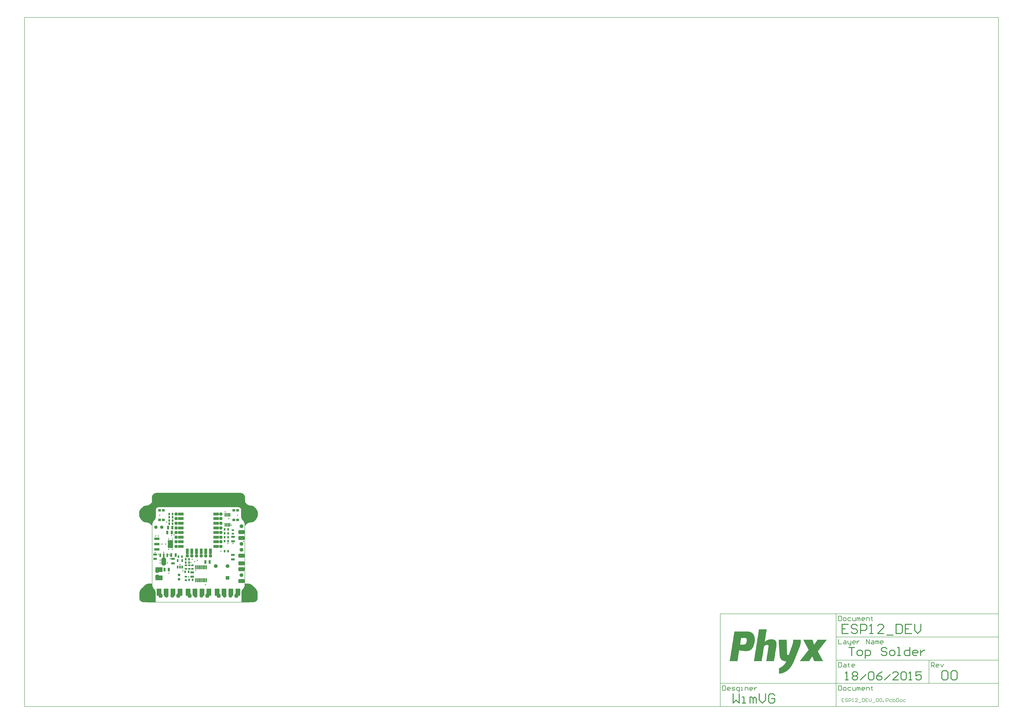
<source format=gts>
G04 Layer_Color=8388736*
%FSLAX25Y25*%
%MOIN*%
G70*
G01*
G75*
%ADD10C,0.00787*%
%ADD12C,0.01575*%
%ADD38C,0.00984*%
%ADD56R,0.02953X0.04134*%
%ADD57R,0.02953X0.04528*%
%ADD58R,0.03347X0.06496*%
G04:AMPARAMS|DCode=59|XSize=80.71mil|YSize=131.89mil|CornerRadius=0mil|HoleSize=0mil|Usage=FLASHONLY|Rotation=0.000|XOffset=0mil|YOffset=0mil|HoleType=Round|Shape=Octagon|*
%AMOCTAGOND59*
4,1,8,-0.02018,0.06594,0.02018,0.06594,0.04035,0.04577,0.04035,-0.04577,0.02018,-0.06594,-0.02018,-0.06594,-0.04035,-0.04577,-0.04035,0.04577,-0.02018,0.06594,0.0*
%
%ADD59OCTAGOND59*%

%ADD60R,0.02953X0.06102*%
%ADD61R,0.02953X0.07677*%
%ADD62R,0.01969X0.06890*%
%ADD63R,0.06496X0.03347*%
G04:AMPARAMS|DCode=64|XSize=104.33mil|YSize=64.96mil|CornerRadius=10.34mil|HoleSize=0mil|Usage=FLASHONLY|Rotation=180.000|XOffset=0mil|YOffset=0mil|HoleType=Round|Shape=RoundedRectangle|*
%AMROUNDEDRECTD64*
21,1,0.10433,0.04429,0,0,180.0*
21,1,0.08366,0.06496,0,0,180.0*
1,1,0.02067,-0.04183,0.02215*
1,1,0.02067,0.04183,0.02215*
1,1,0.02067,0.04183,-0.02215*
1,1,0.02067,-0.04183,-0.02215*
%
%ADD64ROUNDEDRECTD64*%
G04:AMPARAMS|DCode=65|XSize=120.47mil|YSize=81.1mil|CornerRadius=5.12mil|HoleSize=0mil|Usage=FLASHONLY|Rotation=90.000|XOffset=0mil|YOffset=0mil|HoleType=Round|Shape=RoundedRectangle|*
%AMROUNDEDRECTD65*
21,1,0.12047,0.07087,0,0,90.0*
21,1,0.11024,0.08110,0,0,90.0*
1,1,0.01024,0.03543,0.05512*
1,1,0.01024,0.03543,-0.05512*
1,1,0.01024,-0.03543,-0.05512*
1,1,0.01024,-0.03543,0.05512*
%
%ADD65ROUNDEDRECTD65*%
%ADD66R,0.04134X0.02953*%
G04:AMPARAMS|DCode=67|XSize=120.47mil|YSize=81.1mil|CornerRadius=5.12mil|HoleSize=0mil|Usage=FLASHONLY|Rotation=180.000|XOffset=0mil|YOffset=0mil|HoleType=Round|Shape=RoundedRectangle|*
%AMROUNDEDRECTD67*
21,1,0.12047,0.07087,0,0,180.0*
21,1,0.11024,0.08110,0,0,180.0*
1,1,0.01024,-0.05512,0.03543*
1,1,0.01024,0.05512,0.03543*
1,1,0.01024,0.05512,-0.03543*
1,1,0.01024,-0.05512,-0.03543*
%
%ADD67ROUNDEDRECTD67*%
%ADD68R,0.04528X0.04134*%
%ADD69R,0.09055X0.13386*%
%ADD70R,0.09055X0.04134*%
%ADD71R,0.04528X0.09449*%
%ADD72R,0.09449X0.04528*%
%ADD73R,0.02165X0.05906*%
%ADD74C,0.05709*%
%ADD75R,0.06496X0.06496*%
%ADD76C,0.06496*%
G04:AMPARAMS|DCode=77|XSize=64.96mil|YSize=64.96mil|CornerRadius=17.72mil|HoleSize=0mil|Usage=FLASHONLY|Rotation=180.000|XOffset=0mil|YOffset=0mil|HoleType=Round|Shape=RoundedRectangle|*
%AMROUNDEDRECTD77*
21,1,0.06496,0.02953,0,0,180.0*
21,1,0.02953,0.06496,0,0,180.0*
1,1,0.03543,-0.01476,0.01476*
1,1,0.03543,0.01476,0.01476*
1,1,0.03543,0.01476,-0.01476*
1,1,0.03543,-0.01476,-0.01476*
%
%ADD77ROUNDEDRECTD77*%
G04:AMPARAMS|DCode=78|XSize=64.96mil|YSize=64.96mil|CornerRadius=17.72mil|HoleSize=0mil|Usage=FLASHONLY|Rotation=90.000|XOffset=0mil|YOffset=0mil|HoleType=Round|Shape=RoundedRectangle|*
%AMROUNDEDRECTD78*
21,1,0.06496,0.02953,0,0,90.0*
21,1,0.02953,0.06496,0,0,90.0*
1,1,0.03543,0.01476,0.01476*
1,1,0.03543,0.01476,-0.01476*
1,1,0.03543,-0.01476,-0.01476*
1,1,0.03543,-0.01476,0.01476*
%
%ADD78ROUNDEDRECTD78*%
%ADD79C,0.06496*%
%ADD80C,0.06496*%
%ADD81R,0.06496X0.06496*%
%ADD82C,0.22441*%
%ADD83C,0.05709*%
%ADD84C,0.04528*%
%ADD85C,0.01969*%
G36*
X14842Y31496D02*
X19685D01*
X19648Y30591D01*
X19797Y28696D01*
X20240Y26849D01*
X20967Y25093D01*
X21960Y23473D01*
X23194Y22029D01*
X23248Y22083D01*
X24259Y20851D01*
X25011Y19445D01*
X25473Y17920D01*
X25630Y16333D01*
X25591D01*
Y-0D01*
X4752Y-33D01*
X3435Y97D01*
X2168Y482D01*
X1000Y1106D01*
X-23Y1946D01*
X-863Y2969D01*
X-1487Y4137D01*
X-1871Y5403D01*
X-2001Y6721D01*
X-1969D01*
X-2006Y14685D01*
X-1857Y16579D01*
X-1413Y18427D01*
X-686Y20182D01*
X307Y21802D01*
X1541Y23247D01*
X1567Y23221D01*
X6281Y27987D01*
X7725Y29221D01*
X9345Y30214D01*
X11101Y30941D01*
X12948Y31384D01*
X14842Y31533D01*
Y31496D01*
D02*
G37*
G36*
X183902Y31384D02*
X185750Y30941D01*
X187505Y30214D01*
X189125Y29221D01*
X190570Y27987D01*
X195283Y23221D01*
X195310Y23247D01*
X196544Y21802D01*
X197537Y20182D01*
X198264Y18427D01*
X198707Y16579D01*
X198856Y14685D01*
X198819Y6721D01*
X198851D01*
X198722Y5403D01*
X198337Y4137D01*
X197713Y2969D01*
X196873Y1946D01*
X195850Y1106D01*
X194682Y482D01*
X193415Y97D01*
X192098Y-33D01*
X171260Y-0D01*
Y16333D01*
X171221D01*
X171377Y17920D01*
X171840Y19445D01*
X172591Y20851D01*
X173602Y22083D01*
X173656Y22029D01*
X174890Y23473D01*
X175883Y25093D01*
X176610Y26849D01*
X177054Y28696D01*
X177203Y30591D01*
X177165Y31496D01*
X182008D01*
Y31533D01*
X183902Y31384D01*
D02*
G37*
G36*
X170920Y185353D02*
X172486Y184878D01*
X173929Y184106D01*
X175194Y183068D01*
X175194Y183068D01*
X176215Y181822D01*
X176975Y180402D01*
X177442Y178860D01*
X177600Y177258D01*
X177560D01*
X177571Y169488D01*
X179815Y167201D01*
X179789Y167175D01*
X181187Y165982D01*
X182754Y165022D01*
X184452Y164318D01*
X186239Y163889D01*
X188071Y163745D01*
Y163816D01*
X189508Y163675D01*
X190891Y163256D01*
X192165Y162575D01*
X193282Y161658D01*
X195563Y159327D01*
X195590Y159354D01*
X196864Y157862D01*
X197890Y156189D01*
X198641Y154376D01*
X199099Y152468D01*
X199152Y151796D01*
X199154Y151798D01*
X199247Y151575D01*
X199214Y147638D01*
X199247D01*
X199154Y147415D01*
X199152Y147417D01*
X199099Y146745D01*
X198641Y144837D01*
X197890Y143024D01*
X196864Y141351D01*
X195590Y139858D01*
X193257Y137580D01*
X193282Y137555D01*
X192165Y136638D01*
X190891Y135957D01*
X189508Y135538D01*
X188071Y135396D01*
Y135468D01*
X186239Y135324D01*
X184452Y134895D01*
X182754Y134191D01*
X181187Y133231D01*
X179789Y132037D01*
X177445Y129642D01*
X177468Y129619D01*
X177165Y129493D01*
X176863Y129619D01*
X176738Y129921D01*
X176770Y130827D01*
X176806D01*
X176662Y132659D01*
X176233Y134446D01*
X175530Y136144D01*
X174569Y137711D01*
X173376Y139108D01*
X173321Y139054D01*
X172261Y140346D01*
X171473Y141821D01*
X170987Y143420D01*
X170824Y145084D01*
X170862Y153472D01*
X170832Y153543D01*
X170862D01*
X170865Y154129D01*
X170824D01*
X170881Y154709D01*
X170904Y156417D01*
X170746Y157619D01*
X170282Y158740D01*
X169544Y159702D01*
X168582Y160440D01*
X167462Y160904D01*
X166260Y161062D01*
Y161022D01*
X30591Y161062D01*
X29388Y160904D01*
X28268Y160440D01*
X27306Y159702D01*
X26568Y158740D01*
X26104Y157619D01*
X25946Y156417D01*
X25986D01*
X26010Y154302D01*
X26027Y154129D01*
X26012D01*
X26018Y153543D01*
X25989Y153472D01*
X26027Y145084D01*
X25863Y143420D01*
X25378Y141821D01*
X24590Y140346D01*
X23529Y139054D01*
X23474Y139108D01*
X22281Y137711D01*
X21321Y136144D01*
X20617Y134446D01*
X20188Y132659D01*
X20044Y130827D01*
X20080D01*
X20113Y129921D01*
X19987Y129619D01*
X19685Y129493D01*
X19383Y129619D01*
X19406Y129642D01*
X17061Y132037D01*
X15664Y133231D01*
X14097Y134191D01*
X12399Y134895D01*
X10612Y135324D01*
X8779Y135468D01*
Y135396D01*
X7342Y135538D01*
X5959Y135957D01*
X4685Y136638D01*
X3569Y137555D01*
X3594Y137580D01*
X1260Y139858D01*
X-14Y141351D01*
X-1039Y143024D01*
X-1790Y144837D01*
X-2248Y146745D01*
X-2301Y147417D01*
X-2304Y147415D01*
X-2396Y147638D01*
X-2364D01*
X-2396Y151575D01*
X-2304Y151798D01*
X-2301Y151796D01*
X-2248Y152468D01*
X-1790Y154376D01*
X-1039Y156189D01*
X-14Y157862D01*
X1260Y159354D01*
X1288Y159327D01*
X3569Y161658D01*
X4685Y162575D01*
X5959Y163256D01*
X7342Y163675D01*
X8779Y163816D01*
Y163745D01*
X10612Y163889D01*
X12399Y164318D01*
X14097Y165022D01*
X15664Y165982D01*
X17061Y167175D01*
X17036Y167201D01*
X19263Y169472D01*
X19250Y177258D01*
X19408Y178860D01*
X19876Y180402D01*
X20635Y181822D01*
X21657Y183068D01*
X21656Y183068D01*
X22921Y184106D01*
X24365Y184878D01*
X25931Y185353D01*
X27559Y185513D01*
Y185473D01*
X169291Y185513D01*
X170920Y185353D01*
D02*
G37*
%LPC*%
G36*
X-2298Y147419D02*
X-2301Y147419D01*
X-2301Y147417D01*
X-2298Y147419D01*
D02*
G37*
G36*
X199152Y151796D02*
X199148Y151794D01*
X199152Y151794D01*
X199152Y151796D01*
D02*
G37*
G36*
X-2301D02*
X-2301Y151794D01*
X-2298Y151794D01*
X-2301Y151796D01*
D02*
G37*
G36*
X199148Y147419D02*
X199152Y147417D01*
X199152Y147419D01*
X199148Y147419D01*
D02*
G37*
%LPD*%
G36*
X1121080Y-64032D02*
Y-64318D01*
Y-64605D01*
Y-64891D01*
Y-65177D01*
Y-65464D01*
Y-65750D01*
Y-66036D01*
Y-66322D01*
Y-66609D01*
Y-66895D01*
Y-67181D01*
Y-67468D01*
Y-67754D01*
Y-68040D01*
Y-68327D01*
Y-68613D01*
Y-68899D01*
Y-69186D01*
Y-69472D01*
Y-69758D01*
X1120793D01*
Y-70044D01*
Y-70331D01*
Y-70617D01*
Y-70903D01*
Y-71190D01*
X1120507D01*
Y-71476D01*
Y-71762D01*
Y-72049D01*
Y-72335D01*
X1120221D01*
Y-72621D01*
Y-72908D01*
Y-73194D01*
Y-73480D01*
X1119934D01*
Y-73767D01*
Y-74053D01*
Y-74339D01*
X1119648D01*
Y-74625D01*
Y-74912D01*
Y-75198D01*
X1119362D01*
Y-75485D01*
Y-75771D01*
Y-76057D01*
X1119075D01*
Y-76343D01*
Y-76630D01*
Y-76916D01*
X1118789D01*
Y-77202D01*
Y-77489D01*
X1118503D01*
Y-77775D01*
Y-78061D01*
X1118217D01*
Y-78348D01*
Y-78634D01*
Y-78920D01*
X1117930D01*
Y-79207D01*
Y-79493D01*
X1117644D01*
Y-79779D01*
Y-80066D01*
Y-80352D01*
X1117358D01*
Y-80638D01*
Y-80924D01*
X1117071D01*
Y-81211D01*
Y-81497D01*
Y-81783D01*
X1116785D01*
Y-82070D01*
Y-82356D01*
X1116499D01*
Y-82642D01*
Y-82929D01*
Y-83215D01*
X1116212D01*
Y-83501D01*
Y-83788D01*
X1115926D01*
Y-84074D01*
Y-84360D01*
Y-84646D01*
X1115640D01*
Y-84933D01*
Y-85219D01*
X1115353D01*
Y-85505D01*
Y-85792D01*
Y-86078D01*
X1115067D01*
Y-86364D01*
Y-86651D01*
X1114781D01*
Y-86937D01*
Y-87223D01*
Y-87510D01*
X1114494D01*
Y-87796D01*
Y-88082D01*
X1114208D01*
Y-88369D01*
Y-88655D01*
Y-88941D01*
X1113922D01*
Y-89227D01*
Y-89514D01*
X1113636D01*
Y-89800D01*
Y-90086D01*
Y-90373D01*
X1113349D01*
Y-90659D01*
Y-90945D01*
X1113063D01*
Y-91232D01*
Y-91518D01*
Y-91804D01*
X1112776D01*
Y-92091D01*
Y-92377D01*
X1112490D01*
Y-92663D01*
Y-92950D01*
Y-93236D01*
X1112204D01*
Y-93522D01*
Y-93809D01*
X1111918D01*
Y-94095D01*
Y-94381D01*
Y-94667D01*
X1111631D01*
Y-94954D01*
Y-95240D01*
X1111345D01*
Y-95526D01*
Y-95813D01*
Y-96099D01*
X1111059D01*
Y-96385D01*
Y-96672D01*
X1110772D01*
Y-96958D01*
Y-97244D01*
Y-97531D01*
X1110486D01*
Y-97817D01*
Y-98103D01*
X1110200D01*
Y-98390D01*
Y-98676D01*
Y-98962D01*
X1109913D01*
Y-99248D01*
Y-99535D01*
X1109627D01*
Y-99821D01*
Y-100107D01*
Y-100394D01*
X1109341D01*
Y-100680D01*
Y-100966D01*
X1109054D01*
Y-101253D01*
Y-101539D01*
X1108768D01*
Y-101825D01*
Y-102112D01*
X1108482D01*
Y-102398D01*
Y-102684D01*
Y-102971D01*
X1108195D01*
Y-103257D01*
X1107909D01*
Y-103543D01*
Y-103829D01*
Y-104116D01*
X1107623D01*
Y-104402D01*
X1107337D01*
Y-104688D01*
Y-104975D01*
X1107050D01*
Y-105261D01*
Y-105547D01*
X1106764D01*
Y-105834D01*
Y-106120D01*
X1106478D01*
Y-106406D01*
Y-106693D01*
X1106191D01*
Y-106979D01*
X1105905D01*
Y-107265D01*
Y-107552D01*
X1105619D01*
Y-107838D01*
Y-108124D01*
X1105332D01*
Y-108411D01*
X1105046D01*
Y-108697D01*
X1104760D01*
Y-108983D01*
Y-109269D01*
X1104473D01*
Y-109556D01*
X1104187D01*
Y-109842D01*
Y-110128D01*
X1103901D01*
Y-110415D01*
X1103615D01*
Y-110701D01*
X1103328D01*
Y-110987D01*
Y-111274D01*
X1103042D01*
Y-111560D01*
X1102756D01*
Y-111846D01*
X1102469D01*
Y-112133D01*
X1102183D01*
Y-112419D01*
X1101897D01*
Y-112705D01*
Y-112991D01*
X1101610D01*
Y-113278D01*
X1101324D01*
Y-113564D01*
X1101038D01*
Y-113850D01*
X1100751D01*
Y-114137D01*
X1100465D01*
Y-114423D01*
X1100179D01*
Y-114709D01*
X1099892D01*
Y-114996D01*
X1099320D01*
Y-115282D01*
X1099034D01*
Y-115568D01*
X1098747D01*
Y-115855D01*
X1098461D01*
Y-116141D01*
X1098175D01*
Y-116427D01*
X1097602D01*
Y-116714D01*
X1097316D01*
Y-117000D01*
X1096743D01*
Y-117286D01*
X1096457D01*
Y-117572D01*
X1095884D01*
Y-117859D01*
X1095598D01*
Y-118145D01*
X1095025D01*
Y-118431D01*
X1094452D01*
Y-118718D01*
X1093880D01*
Y-119004D01*
X1093307D01*
Y-119290D01*
X1092735D01*
Y-119577D01*
X1091876D01*
Y-119863D01*
X1091303D01*
Y-120149D01*
X1090444D01*
Y-120436D01*
X1089299D01*
Y-120722D01*
X1088154D01*
Y-121008D01*
X1086436D01*
Y-121294D01*
X1084432D01*
Y-121581D01*
X1084145D01*
Y-121294D01*
Y-121008D01*
Y-120722D01*
Y-120436D01*
Y-120149D01*
Y-119863D01*
Y-119577D01*
Y-119290D01*
Y-119004D01*
Y-118718D01*
Y-118431D01*
Y-118145D01*
Y-117859D01*
Y-117572D01*
Y-117286D01*
Y-117000D01*
Y-116714D01*
Y-116427D01*
Y-116141D01*
Y-115855D01*
Y-115568D01*
Y-115282D01*
Y-114996D01*
Y-114709D01*
Y-114423D01*
Y-114137D01*
Y-113850D01*
Y-113564D01*
Y-113278D01*
Y-112991D01*
Y-112705D01*
Y-112419D01*
Y-112133D01*
X1084718D01*
Y-111846D01*
X1085291D01*
Y-111560D01*
X1085863D01*
Y-111274D01*
X1086436D01*
Y-110987D01*
X1087008D01*
Y-110701D01*
X1087581D01*
Y-110415D01*
X1087867D01*
Y-110128D01*
X1088440D01*
Y-109842D01*
X1088726D01*
Y-109556D01*
X1089299D01*
Y-109269D01*
X1089585D01*
Y-108983D01*
X1089872D01*
Y-108697D01*
X1090444D01*
Y-108411D01*
X1090730D01*
Y-108124D01*
X1091017D01*
Y-107838D01*
X1091303D01*
Y-107552D01*
X1091589D01*
Y-107265D01*
X1091876D01*
Y-106979D01*
X1092162D01*
Y-106693D01*
X1092448D01*
Y-106406D01*
X1092735D01*
Y-106120D01*
X1093021D01*
Y-105834D01*
X1093307D01*
Y-105547D01*
X1093594D01*
Y-105261D01*
Y-104975D01*
X1093880D01*
Y-104688D01*
X1094166D01*
Y-104402D01*
X1094452D01*
Y-104116D01*
Y-103829D01*
X1094739D01*
Y-103543D01*
X1095025D01*
Y-103257D01*
Y-102971D01*
X1095311D01*
Y-102684D01*
Y-102398D01*
X1095598D01*
Y-102112D01*
X1095884D01*
Y-101825D01*
Y-101539D01*
X1096170D01*
Y-101253D01*
Y-100966D01*
X1096457D01*
Y-100680D01*
Y-100394D01*
X1094739D01*
Y-100107D01*
X1092735D01*
Y-99821D01*
X1091589D01*
Y-99535D01*
X1091017D01*
Y-99248D01*
X1090158D01*
Y-98962D01*
X1089585D01*
Y-98676D01*
X1089299D01*
Y-98390D01*
X1088726D01*
Y-98103D01*
X1088440D01*
Y-97817D01*
X1088154D01*
Y-97531D01*
X1087867D01*
Y-97244D01*
X1087581D01*
Y-96958D01*
X1087295D01*
Y-96672D01*
Y-96385D01*
X1087008D01*
Y-96099D01*
X1086722D01*
Y-95813D01*
Y-95526D01*
X1086436D01*
Y-95240D01*
Y-94954D01*
X1086149D01*
Y-94667D01*
Y-94381D01*
X1085863D01*
Y-94095D01*
Y-93809D01*
Y-93522D01*
X1085577D01*
Y-93236D01*
Y-92950D01*
Y-92663D01*
Y-92377D01*
X1085291D01*
Y-92091D01*
Y-91804D01*
Y-91518D01*
Y-91232D01*
Y-90945D01*
Y-90659D01*
Y-90373D01*
X1085004D01*
Y-90086D01*
Y-89800D01*
Y-89514D01*
Y-89227D01*
Y-88941D01*
Y-88655D01*
Y-88369D01*
Y-88082D01*
Y-87796D01*
Y-87510D01*
Y-87223D01*
Y-86937D01*
Y-86651D01*
Y-86364D01*
Y-86078D01*
X1084718D01*
Y-85792D01*
Y-85505D01*
Y-85219D01*
Y-84933D01*
Y-84646D01*
Y-84360D01*
Y-84074D01*
Y-83788D01*
Y-83501D01*
Y-83215D01*
Y-82929D01*
Y-82642D01*
Y-82356D01*
Y-82070D01*
Y-81783D01*
X1084432D01*
Y-81497D01*
Y-81211D01*
Y-80924D01*
Y-80638D01*
Y-80352D01*
Y-80066D01*
Y-79779D01*
Y-79493D01*
Y-79207D01*
Y-78920D01*
Y-78634D01*
Y-78348D01*
Y-78061D01*
Y-77775D01*
Y-77489D01*
Y-77202D01*
X1084145D01*
Y-76916D01*
Y-76630D01*
Y-76343D01*
Y-76057D01*
Y-75771D01*
Y-75485D01*
Y-75198D01*
Y-74912D01*
Y-74625D01*
Y-74339D01*
Y-74053D01*
Y-73767D01*
Y-73480D01*
Y-73194D01*
Y-72908D01*
Y-72621D01*
X1083859D01*
Y-72335D01*
Y-72049D01*
Y-71762D01*
Y-71476D01*
Y-71190D01*
Y-70903D01*
Y-70617D01*
Y-70331D01*
Y-70044D01*
Y-69758D01*
Y-69472D01*
Y-69186D01*
Y-68899D01*
Y-68613D01*
X1083573D01*
Y-68327D01*
Y-68040D01*
Y-67754D01*
Y-67468D01*
Y-67181D01*
Y-66895D01*
Y-66609D01*
Y-66322D01*
Y-66036D01*
Y-65750D01*
Y-65464D01*
Y-65177D01*
Y-64891D01*
Y-64605D01*
Y-64318D01*
Y-64032D01*
X1083286D01*
Y-63746D01*
X1097029D01*
Y-64032D01*
Y-64318D01*
Y-64605D01*
Y-64891D01*
Y-65177D01*
Y-65464D01*
Y-65750D01*
Y-66036D01*
Y-66322D01*
Y-66609D01*
Y-66895D01*
Y-67181D01*
Y-67468D01*
Y-67754D01*
X1097316D01*
Y-68040D01*
Y-68327D01*
Y-68613D01*
Y-68899D01*
Y-69186D01*
Y-69472D01*
Y-69758D01*
Y-70044D01*
Y-70331D01*
Y-70617D01*
Y-70903D01*
Y-71190D01*
Y-71476D01*
Y-71762D01*
Y-72049D01*
Y-72335D01*
Y-72621D01*
Y-72908D01*
Y-73194D01*
Y-73480D01*
Y-73767D01*
Y-74053D01*
Y-74339D01*
Y-74625D01*
Y-74912D01*
Y-75198D01*
Y-75485D01*
Y-75771D01*
Y-76057D01*
Y-76343D01*
Y-76630D01*
Y-76916D01*
Y-77202D01*
Y-77489D01*
Y-77775D01*
Y-78061D01*
Y-78348D01*
Y-78634D01*
Y-78920D01*
Y-79207D01*
Y-79493D01*
X1097602D01*
Y-79779D01*
X1097316D01*
Y-80066D01*
Y-80352D01*
X1097602D01*
Y-80638D01*
Y-80924D01*
Y-81211D01*
Y-81497D01*
Y-81783D01*
Y-82070D01*
Y-82356D01*
Y-82642D01*
Y-82929D01*
Y-83215D01*
Y-83501D01*
Y-83788D01*
Y-84074D01*
Y-84360D01*
Y-84646D01*
Y-84933D01*
Y-85219D01*
Y-85505D01*
Y-85792D01*
Y-86078D01*
Y-86364D01*
Y-86651D01*
Y-86937D01*
Y-87223D01*
Y-87510D01*
Y-87796D01*
X1097888D01*
Y-88082D01*
Y-88369D01*
Y-88655D01*
X1098175D01*
Y-88941D01*
X1098461D01*
Y-89227D01*
X1098747D01*
Y-89514D01*
X1099606D01*
Y-89800D01*
X1100465D01*
Y-89514D01*
X1100751D01*
Y-89227D01*
Y-88941D01*
Y-88655D01*
X1101038D01*
Y-88369D01*
Y-88082D01*
X1101324D01*
Y-87796D01*
Y-87510D01*
Y-87223D01*
X1101610D01*
Y-86937D01*
Y-86651D01*
Y-86364D01*
X1101897D01*
Y-86078D01*
Y-85792D01*
Y-85505D01*
X1102183D01*
Y-85219D01*
Y-84933D01*
Y-84646D01*
X1102469D01*
Y-84360D01*
Y-84074D01*
X1102756D01*
Y-83788D01*
Y-83501D01*
Y-83215D01*
X1103042D01*
Y-82929D01*
Y-82642D01*
Y-82356D01*
X1103328D01*
Y-82070D01*
Y-81783D01*
Y-81497D01*
X1103615D01*
Y-81211D01*
Y-80924D01*
X1103901D01*
Y-80638D01*
Y-80352D01*
Y-80066D01*
X1104187D01*
Y-79779D01*
Y-79493D01*
Y-79207D01*
X1104473D01*
Y-78920D01*
Y-78634D01*
Y-78348D01*
X1104760D01*
Y-78061D01*
Y-77775D01*
X1105046D01*
Y-77489D01*
Y-77202D01*
Y-76916D01*
X1105332D01*
Y-76630D01*
Y-76343D01*
Y-76057D01*
X1105619D01*
Y-75771D01*
Y-75485D01*
Y-75198D01*
X1105905D01*
Y-74912D01*
Y-74625D01*
X1106191D01*
Y-74339D01*
Y-74053D01*
Y-73767D01*
X1106478D01*
Y-73480D01*
Y-73194D01*
Y-72908D01*
X1106764D01*
Y-72621D01*
Y-72335D01*
Y-72049D01*
X1107050D01*
Y-71762D01*
Y-71476D01*
Y-71190D01*
Y-70903D01*
X1107337D01*
Y-70617D01*
Y-70331D01*
Y-70044D01*
Y-69758D01*
X1107623D01*
Y-69472D01*
Y-69186D01*
Y-68899D01*
Y-68613D01*
Y-68327D01*
X1107909D01*
Y-68040D01*
Y-67754D01*
Y-67468D01*
Y-67181D01*
Y-66895D01*
Y-66609D01*
X1108195D01*
Y-66322D01*
Y-66036D01*
Y-65750D01*
Y-65464D01*
Y-65177D01*
Y-64891D01*
Y-64605D01*
Y-64318D01*
Y-64032D01*
Y-63746D01*
X1121080D01*
Y-64032D01*
D02*
G37*
G36*
X1063244Y-46567D02*
Y-46853D01*
X1062958D01*
Y-47139D01*
Y-47426D01*
Y-47712D01*
Y-47998D01*
Y-48285D01*
Y-48571D01*
X1062672D01*
Y-48857D01*
Y-49144D01*
Y-49430D01*
Y-49716D01*
Y-50003D01*
Y-50289D01*
X1062385D01*
Y-50575D01*
Y-50862D01*
Y-51148D01*
Y-51434D01*
Y-51720D01*
Y-52007D01*
Y-52293D01*
X1062099D01*
Y-52579D01*
Y-52866D01*
Y-53152D01*
Y-53438D01*
Y-53725D01*
Y-54011D01*
X1061813D01*
Y-54297D01*
Y-54584D01*
Y-54870D01*
Y-55156D01*
Y-55443D01*
Y-55729D01*
X1061526D01*
Y-56015D01*
Y-56301D01*
Y-56588D01*
Y-56874D01*
Y-57161D01*
Y-57447D01*
Y-57733D01*
X1061240D01*
Y-58019D01*
Y-58306D01*
Y-58592D01*
Y-58878D01*
Y-59165D01*
Y-59451D01*
X1060954D01*
Y-59737D01*
Y-60024D01*
Y-60310D01*
Y-60596D01*
Y-60883D01*
Y-61169D01*
X1060668D01*
Y-61455D01*
Y-61742D01*
Y-62028D01*
Y-62314D01*
Y-62600D01*
Y-62887D01*
X1060381D01*
Y-63173D01*
Y-63459D01*
Y-63746D01*
Y-64032D01*
Y-64318D01*
Y-64605D01*
Y-64891D01*
X1060095D01*
Y-65177D01*
Y-65464D01*
Y-65750D01*
Y-66036D01*
Y-66322D01*
Y-66609D01*
X1059809D01*
Y-66895D01*
Y-67181D01*
X1060381D01*
Y-66895D01*
X1060668D01*
Y-66609D01*
X1060954D01*
Y-66322D01*
X1061526D01*
Y-66036D01*
X1061813D01*
Y-65750D01*
X1062099D01*
Y-65464D01*
X1062672D01*
Y-65177D01*
X1063244D01*
Y-64891D01*
X1063531D01*
Y-64605D01*
X1064103D01*
Y-64318D01*
X1064962D01*
Y-64032D01*
X1065535D01*
Y-63746D01*
X1066394D01*
Y-63459D01*
X1067825D01*
Y-63173D01*
X1074124D01*
Y-63459D01*
X1075270D01*
Y-63746D01*
X1076128D01*
Y-64032D01*
X1076701D01*
Y-64318D01*
X1076987D01*
Y-64605D01*
X1077560D01*
Y-64891D01*
X1077846D01*
Y-65177D01*
X1078133D01*
Y-65464D01*
X1078419D01*
Y-65750D01*
X1078705D01*
Y-66036D01*
Y-66322D01*
X1078992D01*
Y-66609D01*
Y-66895D01*
X1079278D01*
Y-67181D01*
Y-67468D01*
Y-67754D01*
X1079564D01*
Y-68040D01*
Y-68327D01*
Y-68613D01*
Y-68899D01*
X1079850D01*
Y-69186D01*
Y-69472D01*
Y-69758D01*
Y-70044D01*
Y-70331D01*
Y-70617D01*
Y-70903D01*
Y-71190D01*
Y-71476D01*
Y-71762D01*
Y-72049D01*
Y-72335D01*
Y-72621D01*
Y-72908D01*
Y-73194D01*
Y-73480D01*
Y-73767D01*
Y-74053D01*
X1079564D01*
Y-74339D01*
Y-74625D01*
Y-74912D01*
Y-75198D01*
Y-75485D01*
Y-75771D01*
Y-76057D01*
X1079278D01*
Y-76343D01*
Y-76630D01*
Y-76916D01*
Y-77202D01*
Y-77489D01*
Y-77775D01*
Y-78061D01*
X1078992D01*
Y-78348D01*
Y-78634D01*
Y-78920D01*
Y-79207D01*
Y-79493D01*
Y-79779D01*
X1078705D01*
Y-80066D01*
Y-80352D01*
Y-80638D01*
Y-80924D01*
Y-81211D01*
Y-81497D01*
X1078419D01*
Y-81783D01*
Y-82070D01*
Y-82356D01*
Y-82642D01*
Y-82929D01*
Y-83215D01*
X1078133D01*
Y-83501D01*
Y-83788D01*
Y-84074D01*
Y-84360D01*
Y-84646D01*
Y-84933D01*
Y-85219D01*
X1077846D01*
Y-85505D01*
Y-85792D01*
Y-86078D01*
Y-86364D01*
Y-86651D01*
Y-86937D01*
X1077560D01*
Y-87223D01*
Y-87510D01*
Y-87796D01*
Y-88082D01*
Y-88369D01*
Y-88655D01*
X1077274D01*
Y-88941D01*
Y-89227D01*
Y-89514D01*
Y-89800D01*
Y-90086D01*
Y-90373D01*
Y-90659D01*
X1076987D01*
Y-90945D01*
Y-91232D01*
Y-91518D01*
Y-91804D01*
Y-92091D01*
Y-92377D01*
X1076701D01*
Y-92663D01*
Y-92950D01*
Y-93236D01*
Y-93522D01*
Y-93809D01*
Y-94095D01*
X1076415D01*
Y-94381D01*
Y-94667D01*
Y-94954D01*
Y-95240D01*
Y-95526D01*
Y-95813D01*
X1076128D01*
Y-96099D01*
Y-96385D01*
Y-96672D01*
Y-96958D01*
Y-97244D01*
Y-97531D01*
Y-97817D01*
X1075842D01*
Y-98103D01*
Y-98390D01*
Y-98676D01*
Y-98962D01*
Y-99248D01*
Y-99535D01*
X1075556D01*
Y-99821D01*
Y-100107D01*
X1062385D01*
Y-99821D01*
Y-99535D01*
X1062672D01*
Y-99248D01*
Y-98962D01*
Y-98676D01*
Y-98390D01*
Y-98103D01*
Y-97817D01*
X1062958D01*
Y-97531D01*
Y-97244D01*
Y-96958D01*
Y-96672D01*
Y-96385D01*
Y-96099D01*
Y-95813D01*
X1063244D01*
Y-95526D01*
Y-95240D01*
Y-94954D01*
Y-94667D01*
Y-94381D01*
Y-94095D01*
X1063531D01*
Y-93809D01*
Y-93522D01*
Y-93236D01*
Y-92950D01*
Y-92663D01*
Y-92377D01*
X1063817D01*
Y-92091D01*
Y-91804D01*
Y-91518D01*
Y-91232D01*
Y-90945D01*
Y-90659D01*
Y-90373D01*
X1064103D01*
Y-90086D01*
Y-89800D01*
Y-89514D01*
Y-89227D01*
Y-88941D01*
Y-88655D01*
X1064390D01*
Y-88369D01*
Y-88082D01*
Y-87796D01*
Y-87510D01*
Y-87223D01*
Y-86937D01*
Y-86651D01*
X1064676D01*
Y-86364D01*
Y-86078D01*
Y-85792D01*
Y-85505D01*
Y-85219D01*
Y-84933D01*
X1064962D01*
Y-84646D01*
Y-84360D01*
Y-84074D01*
Y-83788D01*
Y-83501D01*
Y-83215D01*
X1065249D01*
Y-82929D01*
Y-82642D01*
Y-82356D01*
Y-82070D01*
Y-81783D01*
Y-81497D01*
X1065535D01*
Y-81211D01*
Y-80924D01*
Y-80638D01*
Y-80352D01*
Y-80066D01*
Y-79779D01*
Y-79493D01*
X1065821D01*
Y-79207D01*
Y-78920D01*
Y-78634D01*
Y-78348D01*
Y-78061D01*
Y-77775D01*
X1066107D01*
Y-77489D01*
Y-77202D01*
Y-76916D01*
Y-76630D01*
Y-76343D01*
Y-76057D01*
Y-75771D01*
X1066394D01*
Y-75485D01*
Y-75198D01*
Y-74912D01*
Y-74625D01*
Y-74339D01*
Y-74053D01*
X1066107D01*
Y-73767D01*
Y-73480D01*
X1065821D01*
Y-73194D01*
X1065535D01*
Y-72908D01*
X1064962D01*
Y-72621D01*
X1063244D01*
Y-72908D01*
X1061813D01*
Y-73194D01*
X1060954D01*
Y-73480D01*
X1060381D01*
Y-73767D01*
X1060095D01*
Y-74053D01*
X1059522D01*
Y-74339D01*
X1059236D01*
Y-74625D01*
X1058950D01*
Y-74912D01*
Y-75198D01*
X1058663D01*
Y-75485D01*
Y-75771D01*
Y-76057D01*
X1058377D01*
Y-76343D01*
Y-76630D01*
Y-76916D01*
Y-77202D01*
Y-77489D01*
Y-77775D01*
X1058091D01*
Y-78061D01*
Y-78348D01*
Y-78634D01*
Y-78920D01*
Y-79207D01*
Y-79493D01*
Y-79779D01*
X1057804D01*
Y-80066D01*
Y-80352D01*
Y-80638D01*
Y-80924D01*
Y-81211D01*
Y-81497D01*
X1057518D01*
Y-81783D01*
Y-82070D01*
Y-82356D01*
Y-82642D01*
Y-82929D01*
Y-83215D01*
X1057232D01*
Y-83501D01*
Y-83788D01*
Y-84074D01*
Y-84360D01*
Y-84646D01*
Y-84933D01*
X1056946D01*
Y-85219D01*
Y-85505D01*
Y-85792D01*
Y-86078D01*
Y-86364D01*
Y-86651D01*
Y-86937D01*
X1056659D01*
Y-87223D01*
Y-87510D01*
Y-87796D01*
Y-88082D01*
Y-88369D01*
Y-88655D01*
X1056373D01*
Y-88941D01*
Y-89227D01*
Y-89514D01*
Y-89800D01*
Y-90086D01*
Y-90373D01*
X1056087D01*
Y-90659D01*
Y-90945D01*
Y-91232D01*
Y-91518D01*
Y-91804D01*
Y-92091D01*
Y-92377D01*
X1055800D01*
Y-92663D01*
Y-92950D01*
Y-93236D01*
Y-93522D01*
Y-93809D01*
Y-94095D01*
X1055514D01*
Y-94381D01*
Y-94667D01*
Y-94954D01*
Y-95240D01*
Y-95526D01*
Y-95813D01*
X1055228D01*
Y-96099D01*
Y-96385D01*
Y-96672D01*
Y-96958D01*
Y-97244D01*
Y-97531D01*
X1054941D01*
Y-97817D01*
Y-98103D01*
Y-98390D01*
Y-98676D01*
Y-98962D01*
Y-99248D01*
Y-99535D01*
X1054655D01*
Y-99821D01*
Y-100107D01*
X1041485D01*
Y-99821D01*
Y-99535D01*
X1041771D01*
Y-99248D01*
Y-98962D01*
Y-98676D01*
Y-98390D01*
Y-98103D01*
Y-97817D01*
Y-97531D01*
X1042057D01*
Y-97244D01*
Y-96958D01*
Y-96672D01*
Y-96385D01*
Y-96099D01*
Y-95813D01*
X1042344D01*
Y-95526D01*
Y-95240D01*
Y-94954D01*
Y-94667D01*
Y-94381D01*
Y-94095D01*
X1042630D01*
Y-93809D01*
Y-93522D01*
Y-93236D01*
Y-92950D01*
Y-92663D01*
Y-92377D01*
Y-92091D01*
X1042916D01*
Y-91804D01*
Y-91518D01*
Y-91232D01*
Y-90945D01*
Y-90659D01*
Y-90373D01*
X1043202D01*
Y-90086D01*
Y-89800D01*
Y-89514D01*
Y-89227D01*
Y-88941D01*
Y-88655D01*
X1043489D01*
Y-88369D01*
Y-88082D01*
Y-87796D01*
Y-87510D01*
Y-87223D01*
Y-86937D01*
X1043775D01*
Y-86651D01*
Y-86364D01*
Y-86078D01*
Y-85792D01*
Y-85505D01*
Y-85219D01*
Y-84933D01*
X1044061D01*
Y-84646D01*
Y-84360D01*
Y-84074D01*
Y-83788D01*
Y-83501D01*
Y-83215D01*
X1044348D01*
Y-82929D01*
Y-82642D01*
Y-82356D01*
Y-82070D01*
Y-81783D01*
Y-81497D01*
X1044634D01*
Y-81211D01*
Y-80924D01*
Y-80638D01*
Y-80352D01*
Y-80066D01*
Y-79779D01*
Y-79493D01*
X1044920D01*
Y-79207D01*
Y-78920D01*
Y-78634D01*
Y-78348D01*
Y-78061D01*
Y-77775D01*
X1045207D01*
Y-77489D01*
Y-77202D01*
Y-76916D01*
Y-76630D01*
Y-76343D01*
Y-76057D01*
X1045493D01*
Y-75771D01*
Y-75485D01*
Y-75198D01*
Y-74912D01*
Y-74625D01*
Y-74339D01*
X1045779D01*
Y-74053D01*
Y-73767D01*
Y-73480D01*
Y-73194D01*
Y-72908D01*
Y-72621D01*
Y-72335D01*
X1046066D01*
Y-72049D01*
Y-71762D01*
Y-71476D01*
Y-71190D01*
Y-70903D01*
Y-70617D01*
X1046352D01*
Y-70331D01*
Y-70044D01*
Y-69758D01*
Y-69472D01*
Y-69186D01*
Y-68899D01*
X1046638D01*
Y-68613D01*
Y-68327D01*
Y-68040D01*
Y-67754D01*
Y-67468D01*
Y-67181D01*
X1046925D01*
Y-66895D01*
Y-66609D01*
Y-66322D01*
Y-66036D01*
Y-65750D01*
Y-65464D01*
Y-65177D01*
X1047211D01*
Y-64891D01*
Y-64605D01*
Y-64318D01*
Y-64032D01*
Y-63746D01*
Y-63459D01*
X1047497D01*
Y-63173D01*
Y-62887D01*
Y-62600D01*
Y-62314D01*
Y-62028D01*
Y-61742D01*
X1047783D01*
Y-61455D01*
Y-61169D01*
Y-60883D01*
Y-60596D01*
Y-60310D01*
Y-60024D01*
Y-59737D01*
X1048070D01*
Y-59451D01*
Y-59165D01*
Y-58878D01*
Y-58592D01*
Y-58306D01*
Y-58019D01*
X1048356D01*
Y-57733D01*
Y-57447D01*
Y-57161D01*
Y-56874D01*
Y-56588D01*
Y-56301D01*
X1048642D01*
Y-56015D01*
Y-55729D01*
Y-55443D01*
Y-55156D01*
Y-54870D01*
Y-54584D01*
X1048929D01*
Y-54297D01*
Y-54011D01*
Y-53725D01*
Y-53438D01*
Y-53152D01*
Y-52866D01*
Y-52579D01*
X1049215D01*
Y-52293D01*
Y-52007D01*
Y-51720D01*
Y-51434D01*
Y-51148D01*
Y-50862D01*
X1049501D01*
Y-50575D01*
Y-50289D01*
Y-50003D01*
Y-49716D01*
Y-49430D01*
Y-49144D01*
X1049788D01*
Y-48857D01*
Y-48571D01*
Y-48285D01*
Y-47998D01*
Y-47712D01*
Y-47426D01*
Y-47139D01*
X1050074D01*
Y-46853D01*
Y-46567D01*
Y-46281D01*
X1063244D01*
Y-46567D01*
D02*
G37*
G36*
X1032036Y-50003D02*
X1033754D01*
Y-50289D01*
X1034613D01*
Y-50575D01*
X1035472D01*
Y-50862D01*
X1036331D01*
Y-51148D01*
X1036904D01*
Y-51434D01*
X1037190D01*
Y-51720D01*
X1037763D01*
Y-52007D01*
X1038049D01*
Y-52293D01*
X1038622D01*
Y-52579D01*
X1038908D01*
Y-52866D01*
X1039194D01*
Y-53152D01*
X1039480D01*
Y-53438D01*
X1039767D01*
Y-53725D01*
X1040053D01*
Y-54011D01*
X1040339D01*
Y-54297D01*
Y-54584D01*
X1040626D01*
Y-54870D01*
X1040912D01*
Y-55156D01*
Y-55443D01*
X1041198D01*
Y-55729D01*
X1041485D01*
Y-56015D01*
Y-56301D01*
X1041771D01*
Y-56588D01*
Y-56874D01*
Y-57161D01*
X1042057D01*
Y-57447D01*
Y-57733D01*
Y-58019D01*
X1042344D01*
Y-58306D01*
Y-58592D01*
Y-58878D01*
Y-59165D01*
X1042630D01*
Y-59451D01*
Y-59737D01*
Y-60024D01*
Y-60310D01*
Y-60596D01*
X1042916D01*
Y-60883D01*
Y-61169D01*
Y-61455D01*
Y-61742D01*
Y-62028D01*
Y-62314D01*
Y-62600D01*
Y-62887D01*
Y-63173D01*
Y-63459D01*
Y-63746D01*
Y-64032D01*
Y-64318D01*
Y-64605D01*
Y-64891D01*
Y-65177D01*
Y-65464D01*
Y-65750D01*
Y-66036D01*
Y-66322D01*
X1042630D01*
Y-66609D01*
Y-66895D01*
Y-67181D01*
Y-67468D01*
Y-67754D01*
Y-68040D01*
Y-68327D01*
X1042344D01*
Y-68613D01*
Y-68899D01*
Y-69186D01*
Y-69472D01*
Y-69758D01*
X1042057D01*
Y-70044D01*
Y-70331D01*
Y-70617D01*
Y-70903D01*
Y-71190D01*
X1041771D01*
Y-71476D01*
Y-71762D01*
Y-72049D01*
X1041485D01*
Y-72335D01*
Y-72621D01*
Y-72908D01*
Y-73194D01*
X1041198D01*
Y-73480D01*
Y-73767D01*
Y-74053D01*
X1040912D01*
Y-74339D01*
Y-74625D01*
X1040626D01*
Y-74912D01*
Y-75198D01*
Y-75485D01*
X1040339D01*
Y-75771D01*
Y-76057D01*
X1040053D01*
Y-76343D01*
Y-76630D01*
X1039767D01*
Y-76916D01*
Y-77202D01*
X1039480D01*
Y-77489D01*
X1039194D01*
Y-77775D01*
Y-78061D01*
X1038908D01*
Y-78348D01*
X1038622D01*
Y-78634D01*
X1038335D01*
Y-78920D01*
Y-79207D01*
X1038049D01*
Y-79493D01*
X1037763D01*
Y-79779D01*
X1037476D01*
Y-80066D01*
X1037190D01*
Y-80352D01*
X1036904D01*
Y-80638D01*
X1036331D01*
Y-80924D01*
X1036045D01*
Y-81211D01*
X1035472D01*
Y-81497D01*
X1035186D01*
Y-81783D01*
X1034613D01*
Y-82070D01*
X1033754D01*
Y-82356D01*
X1032895D01*
Y-82642D01*
X1032036D01*
Y-82929D01*
X1030318D01*
Y-83215D01*
X1025165D01*
Y-82929D01*
X1022588D01*
Y-82642D01*
X1020584D01*
Y-82356D01*
X1019152D01*
Y-82070D01*
X1017721D01*
Y-81783D01*
X1016289D01*
Y-82070D01*
Y-82356D01*
Y-82642D01*
Y-82929D01*
Y-83215D01*
Y-83501D01*
Y-83788D01*
X1016003D01*
Y-84074D01*
Y-84360D01*
Y-84646D01*
Y-84933D01*
Y-85219D01*
Y-85505D01*
X1015716D01*
Y-85792D01*
Y-86078D01*
Y-86364D01*
Y-86651D01*
Y-86937D01*
Y-87223D01*
X1015430D01*
Y-87510D01*
Y-87796D01*
Y-88082D01*
Y-88369D01*
Y-88655D01*
Y-88941D01*
Y-89227D01*
X1015144D01*
Y-89514D01*
Y-89800D01*
Y-90086D01*
Y-90373D01*
Y-90659D01*
Y-90945D01*
X1014857D01*
Y-91232D01*
Y-91518D01*
Y-91804D01*
Y-92091D01*
Y-92377D01*
Y-92663D01*
X1014571D01*
Y-92950D01*
Y-93236D01*
Y-93522D01*
Y-93809D01*
Y-94095D01*
Y-94381D01*
Y-94667D01*
X1014285D01*
Y-94954D01*
Y-95240D01*
Y-95526D01*
Y-95813D01*
Y-96099D01*
Y-96385D01*
X1013999D01*
Y-96672D01*
Y-96958D01*
Y-97244D01*
Y-97531D01*
Y-97817D01*
Y-98103D01*
X1013712D01*
Y-98390D01*
Y-98676D01*
Y-98962D01*
Y-99248D01*
Y-99535D01*
Y-99821D01*
Y-100107D01*
X1000256D01*
Y-99821D01*
X1000542D01*
Y-99535D01*
Y-99248D01*
Y-98962D01*
Y-98676D01*
Y-98390D01*
X1000828D01*
Y-98103D01*
Y-97817D01*
Y-97531D01*
Y-97244D01*
Y-96958D01*
Y-96672D01*
Y-96385D01*
X1001114D01*
Y-96099D01*
Y-95813D01*
Y-95526D01*
Y-95240D01*
Y-94954D01*
Y-94667D01*
X1001401D01*
Y-94381D01*
Y-94095D01*
Y-93809D01*
Y-93522D01*
Y-93236D01*
Y-92950D01*
X1001687D01*
Y-92663D01*
Y-92377D01*
Y-92091D01*
Y-91804D01*
Y-91518D01*
Y-91232D01*
Y-90945D01*
X1001974D01*
Y-90659D01*
Y-90373D01*
Y-90086D01*
Y-89800D01*
Y-89514D01*
Y-89227D01*
X1002260D01*
Y-88941D01*
Y-88655D01*
Y-88369D01*
Y-88082D01*
Y-87796D01*
Y-87510D01*
X1002546D01*
Y-87223D01*
Y-86937D01*
Y-86651D01*
Y-86364D01*
Y-86078D01*
Y-85792D01*
X1002832D01*
Y-85505D01*
Y-85219D01*
Y-84933D01*
Y-84646D01*
Y-84360D01*
Y-84074D01*
Y-83788D01*
X1003119D01*
Y-83501D01*
Y-83215D01*
Y-82929D01*
Y-82642D01*
Y-82356D01*
Y-82070D01*
X1003405D01*
Y-81783D01*
Y-81497D01*
Y-81211D01*
Y-80924D01*
Y-80638D01*
Y-80352D01*
X1003691D01*
Y-80066D01*
Y-79779D01*
Y-79493D01*
Y-79207D01*
Y-78920D01*
Y-78634D01*
X1003978D01*
Y-78348D01*
Y-78061D01*
Y-77775D01*
Y-77489D01*
Y-77202D01*
Y-76916D01*
Y-76630D01*
X1004264D01*
Y-76343D01*
Y-76057D01*
Y-75771D01*
Y-75485D01*
Y-75198D01*
Y-74912D01*
X1004550D01*
Y-74625D01*
Y-74339D01*
Y-74053D01*
Y-73767D01*
Y-73480D01*
Y-73194D01*
X1004837D01*
Y-72908D01*
Y-72621D01*
Y-72335D01*
Y-72049D01*
Y-71762D01*
Y-71476D01*
Y-71190D01*
X1005123D01*
Y-70903D01*
Y-70617D01*
Y-70331D01*
Y-70044D01*
Y-69758D01*
Y-69472D01*
X1005409D01*
Y-69186D01*
Y-68899D01*
Y-68613D01*
Y-68327D01*
Y-68040D01*
Y-67754D01*
X1005696D01*
Y-67468D01*
Y-67181D01*
Y-66895D01*
Y-66609D01*
Y-66322D01*
Y-66036D01*
X1005982D01*
Y-65750D01*
Y-65464D01*
Y-65177D01*
Y-64891D01*
Y-64605D01*
Y-64318D01*
Y-64032D01*
X1006268D01*
Y-63746D01*
Y-63459D01*
Y-63173D01*
Y-62887D01*
Y-62600D01*
Y-62314D01*
X1006555D01*
Y-62028D01*
Y-61742D01*
Y-61455D01*
Y-61169D01*
Y-60883D01*
Y-60596D01*
X1006841D01*
Y-60310D01*
Y-60024D01*
Y-59737D01*
Y-59451D01*
Y-59165D01*
Y-58878D01*
Y-58592D01*
X1007127D01*
Y-58306D01*
Y-58019D01*
Y-57733D01*
Y-57447D01*
Y-57161D01*
Y-56874D01*
X1007413D01*
Y-56588D01*
Y-56301D01*
Y-56015D01*
Y-55729D01*
Y-55443D01*
Y-55156D01*
X1007700D01*
Y-54870D01*
Y-54584D01*
Y-54297D01*
Y-54011D01*
Y-53725D01*
Y-53438D01*
Y-53152D01*
X1007986D01*
Y-52866D01*
Y-52579D01*
Y-52293D01*
Y-52007D01*
Y-51720D01*
Y-51434D01*
X1008272D01*
Y-51148D01*
Y-50862D01*
Y-50575D01*
Y-50289D01*
Y-50003D01*
Y-49716D01*
X1032036D01*
Y-50003D01*
D02*
G37*
G36*
X1165172Y-64032D02*
X1164886D01*
Y-64318D01*
X1164599D01*
Y-64605D01*
Y-64891D01*
X1164313D01*
Y-65177D01*
X1164027D01*
Y-65464D01*
X1163740D01*
Y-65750D01*
Y-66036D01*
X1163454D01*
Y-66322D01*
X1163168D01*
Y-66609D01*
X1162881D01*
Y-66895D01*
X1162595D01*
Y-67181D01*
Y-67468D01*
X1162309D01*
Y-67754D01*
X1162022D01*
Y-68040D01*
X1161736D01*
Y-68327D01*
Y-68613D01*
X1161450D01*
Y-68899D01*
X1161163D01*
Y-69186D01*
X1160877D01*
Y-69472D01*
X1160591D01*
Y-69758D01*
Y-70044D01*
X1160305D01*
Y-70331D01*
X1160018D01*
Y-70617D01*
X1159732D01*
Y-70903D01*
Y-71190D01*
X1159445D01*
Y-71476D01*
X1159159D01*
Y-71762D01*
X1158873D01*
Y-72049D01*
Y-72335D01*
X1158587D01*
Y-72621D01*
X1158300D01*
Y-72908D01*
X1158014D01*
Y-73194D01*
X1157728D01*
Y-73480D01*
Y-73767D01*
X1157441D01*
Y-74053D01*
X1157155D01*
Y-74339D01*
X1156869D01*
Y-74625D01*
Y-74912D01*
X1156582D01*
Y-75198D01*
X1156296D01*
Y-75485D01*
X1156010D01*
Y-75771D01*
Y-76057D01*
X1155723D01*
Y-76343D01*
X1155437D01*
Y-76630D01*
X1155151D01*
Y-76916D01*
X1154865D01*
Y-77202D01*
Y-77489D01*
X1154578D01*
Y-77775D01*
X1154292D01*
Y-78061D01*
X1154006D01*
Y-78348D01*
Y-78634D01*
X1153719D01*
Y-78920D01*
X1153433D01*
Y-79207D01*
X1153147D01*
Y-79493D01*
Y-79779D01*
X1152860D01*
Y-80066D01*
X1152574D01*
Y-80352D01*
X1152288D01*
Y-80638D01*
X1152001D01*
Y-80924D01*
Y-81211D01*
X1151715D01*
Y-81497D01*
X1151429D01*
Y-81783D01*
X1151142D01*
Y-82070D01*
Y-82356D01*
X1150856D01*
Y-82642D01*
X1150570D01*
Y-82929D01*
X1150284D01*
Y-83215D01*
X1149997D01*
Y-83501D01*
Y-83788D01*
X1150284D01*
Y-84074D01*
Y-84360D01*
X1150570D01*
Y-84646D01*
Y-84933D01*
X1150856D01*
Y-85219D01*
X1151142D01*
Y-85505D01*
Y-85792D01*
X1151429D01*
Y-86078D01*
Y-86364D01*
X1151715D01*
Y-86651D01*
Y-86937D01*
X1152001D01*
Y-87223D01*
Y-87510D01*
X1152288D01*
Y-87796D01*
Y-88082D01*
X1152574D01*
Y-88369D01*
Y-88655D01*
X1152860D01*
Y-88941D01*
Y-89227D01*
X1153147D01*
Y-89514D01*
Y-89800D01*
X1153433D01*
Y-90086D01*
X1153719D01*
Y-90373D01*
Y-90659D01*
X1154006D01*
Y-90945D01*
Y-91232D01*
X1154292D01*
Y-91518D01*
Y-91804D01*
X1154578D01*
Y-92091D01*
Y-92377D01*
X1154865D01*
Y-92663D01*
Y-92950D01*
X1155151D01*
Y-93236D01*
Y-93522D01*
X1155437D01*
Y-93809D01*
Y-94095D01*
X1155723D01*
Y-94381D01*
X1156010D01*
Y-94667D01*
Y-94954D01*
X1156296D01*
Y-95240D01*
Y-95526D01*
X1156582D01*
Y-95813D01*
Y-96099D01*
X1156869D01*
Y-96385D01*
Y-96672D01*
X1157155D01*
Y-96958D01*
Y-97244D01*
X1157441D01*
Y-97531D01*
Y-97817D01*
X1157728D01*
Y-98103D01*
Y-98390D01*
X1158014D01*
Y-98676D01*
X1158300D01*
Y-98962D01*
Y-99248D01*
X1158587D01*
Y-99535D01*
Y-99821D01*
X1158873D01*
Y-100107D01*
X1143698D01*
Y-99821D01*
X1143412D01*
Y-99535D01*
Y-99248D01*
Y-98962D01*
X1143126D01*
Y-98676D01*
Y-98390D01*
Y-98103D01*
X1142839D01*
Y-97817D01*
Y-97531D01*
X1142553D01*
Y-97244D01*
Y-96958D01*
Y-96672D01*
X1142267D01*
Y-96385D01*
Y-96099D01*
Y-95813D01*
X1141980D01*
Y-95526D01*
Y-95240D01*
X1141694D01*
Y-94954D01*
Y-94667D01*
Y-94381D01*
X1141408D01*
Y-94095D01*
Y-93809D01*
Y-93522D01*
X1141121D01*
Y-93236D01*
Y-92950D01*
Y-92663D01*
X1140835D01*
Y-92377D01*
X1140263D01*
Y-92663D01*
Y-92950D01*
X1139976D01*
Y-93236D01*
X1139690D01*
Y-93522D01*
Y-93809D01*
X1139404D01*
Y-94095D01*
X1139117D01*
Y-94381D01*
Y-94667D01*
X1138831D01*
Y-94954D01*
X1138545D01*
Y-95240D01*
Y-95526D01*
X1138258D01*
Y-95813D01*
X1137972D01*
Y-96099D01*
X1137686D01*
Y-96385D01*
Y-96672D01*
X1137399D01*
Y-96958D01*
X1137113D01*
Y-97244D01*
Y-97531D01*
X1136827D01*
Y-97817D01*
X1136541D01*
Y-98103D01*
Y-98390D01*
X1136254D01*
Y-98676D01*
X1135968D01*
Y-98962D01*
Y-99248D01*
X1135682D01*
Y-99535D01*
X1135395D01*
Y-99821D01*
Y-100107D01*
X1119362D01*
Y-99821D01*
X1119648D01*
Y-99535D01*
X1119934D01*
Y-99248D01*
X1120221D01*
Y-98962D01*
X1120507D01*
Y-98676D01*
Y-98390D01*
X1120793D01*
Y-98103D01*
X1121080D01*
Y-97817D01*
X1121366D01*
Y-97531D01*
X1121652D01*
Y-97244D01*
Y-96958D01*
X1121939D01*
Y-96672D01*
X1122225D01*
Y-96385D01*
X1122511D01*
Y-96099D01*
Y-95813D01*
X1122797D01*
Y-95526D01*
X1123084D01*
Y-95240D01*
X1123370D01*
Y-94954D01*
X1123656D01*
Y-94667D01*
Y-94381D01*
X1123943D01*
Y-94095D01*
X1124229D01*
Y-93809D01*
X1124515D01*
Y-93522D01*
X1124802D01*
Y-93236D01*
Y-92950D01*
X1125088D01*
Y-92663D01*
X1125374D01*
Y-92377D01*
X1125661D01*
Y-92091D01*
Y-91804D01*
X1125947D01*
Y-91518D01*
X1126233D01*
Y-91232D01*
X1126519D01*
Y-90945D01*
X1126806D01*
Y-90659D01*
Y-90373D01*
X1127092D01*
Y-90086D01*
X1127378D01*
Y-89800D01*
X1127665D01*
Y-89514D01*
Y-89227D01*
X1127951D01*
Y-88941D01*
X1128237D01*
Y-88655D01*
X1128524D01*
Y-88369D01*
X1128810D01*
Y-88082D01*
Y-87796D01*
X1129096D01*
Y-87510D01*
X1129383D01*
Y-87223D01*
X1129669D01*
Y-86937D01*
Y-86651D01*
X1129955D01*
Y-86364D01*
X1130242D01*
Y-86078D01*
X1130528D01*
Y-85792D01*
X1130814D01*
Y-85505D01*
Y-85219D01*
X1131100D01*
Y-84933D01*
X1131387D01*
Y-84646D01*
X1131673D01*
Y-84360D01*
X1131960D01*
Y-84074D01*
Y-83788D01*
X1132246D01*
Y-83501D01*
X1132532D01*
Y-83215D01*
X1132818D01*
Y-82929D01*
Y-82642D01*
X1133105D01*
Y-82356D01*
X1133391D01*
Y-82070D01*
X1133677D01*
Y-81783D01*
X1133964D01*
Y-81497D01*
Y-81211D01*
X1134250D01*
Y-80924D01*
Y-80638D01*
Y-80352D01*
X1133964D01*
Y-80066D01*
X1133677D01*
Y-79779D01*
Y-79493D01*
X1133391D01*
Y-79207D01*
Y-78920D01*
X1133105D01*
Y-78634D01*
Y-78348D01*
X1132818D01*
Y-78061D01*
Y-77775D01*
X1132532D01*
Y-77489D01*
Y-77202D01*
X1132246D01*
Y-76916D01*
Y-76630D01*
X1131960D01*
Y-76343D01*
X1131673D01*
Y-76057D01*
Y-75771D01*
X1131387D01*
Y-75485D01*
Y-75198D01*
X1131100D01*
Y-74912D01*
Y-74625D01*
X1130814D01*
Y-74339D01*
Y-74053D01*
X1130528D01*
Y-73767D01*
Y-73480D01*
X1130242D01*
Y-73194D01*
Y-72908D01*
X1129955D01*
Y-72621D01*
X1129669D01*
Y-72335D01*
Y-72049D01*
X1129383D01*
Y-71762D01*
Y-71476D01*
X1129096D01*
Y-71190D01*
Y-70903D01*
X1128810D01*
Y-70617D01*
Y-70331D01*
X1128524D01*
Y-70044D01*
Y-69758D01*
X1128237D01*
Y-69472D01*
Y-69186D01*
X1127951D01*
Y-68899D01*
Y-68613D01*
X1127665D01*
Y-68327D01*
X1127378D01*
Y-68040D01*
Y-67754D01*
X1127092D01*
Y-67468D01*
Y-67181D01*
X1126806D01*
Y-66895D01*
Y-66609D01*
X1126519D01*
Y-66322D01*
Y-66036D01*
X1126233D01*
Y-65750D01*
Y-65464D01*
X1125947D01*
Y-65177D01*
Y-64891D01*
X1125661D01*
Y-64605D01*
X1125374D01*
Y-64318D01*
Y-64032D01*
X1125088D01*
Y-63746D01*
X1140835D01*
Y-64032D01*
X1141121D01*
Y-64318D01*
Y-64605D01*
Y-64891D01*
X1141408D01*
Y-65177D01*
Y-65464D01*
Y-65750D01*
X1141694D01*
Y-66036D01*
Y-66322D01*
Y-66609D01*
X1141980D01*
Y-66895D01*
Y-67181D01*
Y-67468D01*
X1142267D01*
Y-67754D01*
Y-68040D01*
Y-68327D01*
X1142553D01*
Y-68613D01*
Y-68899D01*
Y-69186D01*
X1142839D01*
Y-69472D01*
Y-69758D01*
Y-70044D01*
X1143126D01*
Y-70331D01*
Y-70617D01*
Y-70903D01*
X1143412D01*
Y-71190D01*
Y-71476D01*
Y-71762D01*
Y-72049D01*
X1143985D01*
Y-71762D01*
X1144271D01*
Y-71476D01*
X1144557D01*
Y-71190D01*
Y-70903D01*
X1144844D01*
Y-70617D01*
X1145130D01*
Y-70331D01*
Y-70044D01*
X1145416D01*
Y-69758D01*
X1145702D01*
Y-69472D01*
Y-69186D01*
X1145989D01*
Y-68899D01*
X1146275D01*
Y-68613D01*
Y-68327D01*
X1146561D01*
Y-68040D01*
X1146848D01*
Y-67754D01*
Y-67468D01*
X1147134D01*
Y-67181D01*
X1147420D01*
Y-66895D01*
Y-66609D01*
X1147707D01*
Y-66322D01*
X1147993D01*
Y-66036D01*
Y-65750D01*
X1148279D01*
Y-65464D01*
X1148566D01*
Y-65177D01*
Y-64891D01*
X1148852D01*
Y-64605D01*
X1149138D01*
Y-64318D01*
Y-64032D01*
X1149425D01*
Y-63746D01*
X1165172D01*
Y-64032D01*
D02*
G37*
%LPC*%
G36*
X1027742Y-60883D02*
X1019725D01*
Y-61169D01*
Y-61455D01*
Y-61742D01*
Y-62028D01*
Y-62314D01*
X1019438D01*
Y-62600D01*
Y-62887D01*
Y-63173D01*
Y-63459D01*
Y-63746D01*
Y-64032D01*
X1019152D01*
Y-64318D01*
Y-64605D01*
Y-64891D01*
Y-65177D01*
Y-65464D01*
Y-65750D01*
X1018866D01*
Y-66036D01*
Y-66322D01*
Y-66609D01*
Y-66895D01*
Y-67181D01*
Y-67468D01*
X1018580D01*
Y-67754D01*
Y-68040D01*
Y-68327D01*
Y-68613D01*
Y-68899D01*
Y-69186D01*
Y-69472D01*
X1018293D01*
Y-69758D01*
Y-70044D01*
Y-70331D01*
Y-70617D01*
Y-70903D01*
Y-71190D01*
X1018007D01*
Y-71476D01*
Y-71762D01*
Y-72049D01*
X1025165D01*
Y-71762D01*
X1026310D01*
Y-71476D01*
X1026883D01*
Y-71190D01*
X1027169D01*
Y-70903D01*
X1027455D01*
Y-70617D01*
X1027742D01*
Y-70331D01*
X1028028D01*
Y-70044D01*
Y-69758D01*
X1028314D01*
Y-69472D01*
Y-69186D01*
X1028601D01*
Y-68899D01*
Y-68613D01*
X1028887D01*
Y-68327D01*
Y-68040D01*
Y-67754D01*
Y-67468D01*
X1029173D01*
Y-67181D01*
Y-66895D01*
Y-66609D01*
Y-66322D01*
Y-66036D01*
X1029459D01*
Y-65750D01*
Y-65464D01*
Y-65177D01*
Y-64891D01*
Y-64605D01*
Y-64318D01*
Y-64032D01*
Y-63746D01*
Y-63459D01*
Y-63173D01*
Y-62887D01*
X1029173D01*
Y-62600D01*
Y-62314D01*
X1028887D01*
Y-62028D01*
Y-61742D01*
X1028601D01*
Y-61455D01*
X1028314D01*
Y-61169D01*
X1027742D01*
Y-60883D01*
D02*
G37*
%LPD*%
D10*
X19685Y-0D02*
Y129921D01*
X177165Y-0D02*
Y129921D01*
X19685Y-0D02*
X177165D01*
X11811Y23622D02*
G03*
X11811Y0I0J-11811D01*
G01*
Y23622D02*
G03*
X19685Y31496I0J7874D01*
G01*
X19685Y129921D02*
G03*
X11811Y137795I-7874J0D01*
G01*
Y161417D02*
G03*
X11811Y137795I0J-11811D01*
G01*
X11811Y161417D02*
G03*
X19685Y169291I0J7874D01*
G01*
X27559Y185039D02*
G03*
X19685Y177165I0J-7874D01*
G01*
X177165D02*
G03*
X169291Y185039I-7874J0D01*
G01*
X177165Y169291D02*
G03*
X185039Y161417I7874J0D01*
G01*
X185039Y137795D02*
G03*
X185039Y161417I0J11811D01*
G01*
Y137795D02*
G03*
X177165Y129921I0J-7874D01*
G01*
X177165Y31496D02*
G03*
X185039Y23622I7874J0D01*
G01*
Y0D02*
G03*
X185039Y23622I0J11811D01*
G01*
X19685Y31496D02*
Y129921D01*
Y169291D02*
Y177165D01*
X177165Y169291D02*
Y177165D01*
Y31496D02*
Y129921D01*
X27559Y185039D02*
X169291D01*
X11811Y0D02*
X185039D01*
X1338583Y-137795D02*
Y-98425D01*
X1181102Y-59055D02*
X1456693D01*
X1181102Y-98425D02*
X1456693D01*
X984252Y-137795D02*
X1456693D01*
X984252Y-19685D02*
X1456693D01*
X984252Y-177165D02*
Y-19685D01*
X1181102Y-177165D02*
Y-19685D01*
X-196850Y992126D02*
X1456693D01*
Y-177165D02*
Y992126D01*
X-196850Y-177165D02*
Y992126D01*
Y-177165D02*
X1456693D01*
X1194881Y-163388D02*
X1190945D01*
Y-169291D01*
X1194881D01*
X1190945Y-166340D02*
X1192913D01*
X1200784Y-164372D02*
X1199800Y-163388D01*
X1197832D01*
X1196848Y-164372D01*
Y-165356D01*
X1197832Y-166340D01*
X1199800D01*
X1200784Y-167324D01*
Y-168307D01*
X1199800Y-169291D01*
X1197832D01*
X1196848Y-168307D01*
X1202752Y-169291D02*
Y-163388D01*
X1205704D01*
X1206688Y-164372D01*
Y-166340D01*
X1205704Y-167324D01*
X1202752D01*
X1208656Y-169291D02*
X1210624D01*
X1209640D01*
Y-163388D01*
X1208656Y-164372D01*
X1217511Y-169291D02*
X1213575D01*
X1217511Y-165356D01*
Y-164372D01*
X1216527Y-163388D01*
X1214559D01*
X1213575Y-164372D01*
X1219479Y-170275D02*
X1223415D01*
X1225383Y-163388D02*
Y-169291D01*
X1228334D01*
X1229318Y-168307D01*
Y-164372D01*
X1228334Y-163388D01*
X1225383D01*
X1235222D02*
X1231286D01*
Y-169291D01*
X1235222D01*
X1231286Y-166340D02*
X1233254D01*
X1237190Y-163388D02*
Y-167324D01*
X1239158Y-169291D01*
X1241125Y-167324D01*
Y-163388D01*
X1243093Y-170275D02*
X1247029D01*
X1248997Y-164372D02*
X1249981Y-163388D01*
X1251949D01*
X1252933Y-164372D01*
Y-168307D01*
X1251949Y-169291D01*
X1249981D01*
X1248997Y-168307D01*
Y-164372D01*
X1254900D02*
X1255884Y-163388D01*
X1257852D01*
X1258836Y-164372D01*
Y-168307D01*
X1257852Y-169291D01*
X1255884D01*
X1254900Y-168307D01*
Y-164372D01*
X1260804Y-169291D02*
Y-168307D01*
X1261788D01*
Y-169291D01*
X1260804D01*
X1265724D02*
Y-163388D01*
X1268676D01*
X1269660Y-164372D01*
Y-166340D01*
X1268676Y-167324D01*
X1265724D01*
X1275563Y-165356D02*
X1272611D01*
X1271627Y-166340D01*
Y-168307D01*
X1272611Y-169291D01*
X1275563D01*
X1277531Y-163388D02*
Y-169291D01*
X1280483D01*
X1281467Y-168307D01*
Y-167324D01*
Y-166340D01*
X1280483Y-165356D01*
X1277531D01*
X1283435Y-163388D02*
Y-169291D01*
X1286386D01*
X1287370Y-168307D01*
Y-164372D01*
X1286386Y-163388D01*
X1283435D01*
X1290322Y-169291D02*
X1292290D01*
X1293274Y-168307D01*
Y-166340D01*
X1292290Y-165356D01*
X1290322D01*
X1289338Y-166340D01*
Y-168307D01*
X1290322Y-169291D01*
X1299177Y-165356D02*
X1296226D01*
X1295242Y-166340D01*
Y-168307D01*
X1296226Y-169291D01*
X1299177D01*
D12*
X1202756Y-76776D02*
X1211939D01*
X1207348D01*
Y-90551D01*
X1218827D02*
X1223419D01*
X1225714Y-88255D01*
Y-83664D01*
X1223419Y-81368D01*
X1218827D01*
X1216531Y-83664D01*
Y-88255D01*
X1218827Y-90551D01*
X1230306Y-95143D02*
Y-81368D01*
X1237194D01*
X1239489Y-83664D01*
Y-88255D01*
X1237194Y-90551D01*
X1230306D01*
X1267040Y-79072D02*
X1264744Y-76776D01*
X1260152D01*
X1257856Y-79072D01*
Y-81368D01*
X1260152Y-83664D01*
X1264744D01*
X1267040Y-85960D01*
Y-88255D01*
X1264744Y-90551D01*
X1260152D01*
X1257856Y-88255D01*
X1273927Y-90551D02*
X1278519D01*
X1280815Y-88255D01*
Y-83664D01*
X1278519Y-81368D01*
X1273927D01*
X1271631Y-83664D01*
Y-88255D01*
X1273927Y-90551D01*
X1285406D02*
X1289998D01*
X1287702D01*
Y-76776D01*
X1285406D01*
X1306069D02*
Y-90551D01*
X1299181D01*
X1296886Y-88255D01*
Y-83664D01*
X1299181Y-81368D01*
X1306069D01*
X1317548Y-90551D02*
X1312957D01*
X1310661Y-88255D01*
Y-83664D01*
X1312957Y-81368D01*
X1317548D01*
X1319844Y-83664D01*
Y-85960D01*
X1310661D01*
X1324436Y-81368D02*
Y-90551D01*
Y-85960D01*
X1326732Y-83664D01*
X1329027Y-81368D01*
X1331323D01*
X1005906Y-155517D02*
Y-171260D01*
X1011153Y-166012D01*
X1016401Y-171260D01*
Y-155517D01*
X1021649Y-171260D02*
X1026896D01*
X1024272D01*
Y-160765D01*
X1021649D01*
X1034768Y-171260D02*
Y-160765D01*
X1037391D01*
X1040015Y-163388D01*
Y-171260D01*
Y-163388D01*
X1042639Y-160765D01*
X1045263Y-163388D01*
Y-171260D01*
X1050511Y-155517D02*
Y-166012D01*
X1055758Y-171260D01*
X1061006Y-166012D01*
Y-155517D01*
X1076749Y-158141D02*
X1074125Y-155517D01*
X1068877D01*
X1066253Y-158141D01*
Y-168636D01*
X1068877Y-171260D01*
X1074125D01*
X1076749Y-168636D01*
Y-163388D01*
X1071501D01*
X1360236Y-118771D02*
X1362860Y-116147D01*
X1368108D01*
X1370732Y-118771D01*
Y-129266D01*
X1368108Y-131890D01*
X1362860D01*
X1360236Y-129266D01*
Y-118771D01*
X1375979D02*
X1378603Y-116147D01*
X1383851D01*
X1386475Y-118771D01*
Y-129266D01*
X1383851Y-131890D01*
X1378603D01*
X1375979Y-129266D01*
Y-118771D01*
X1196850Y-131890D02*
X1201442D01*
X1199146D01*
Y-118115D01*
X1196850Y-120411D01*
X1208330D02*
X1210625Y-118115D01*
X1215217D01*
X1217513Y-120411D01*
Y-122706D01*
X1215217Y-125002D01*
X1217513Y-127298D01*
Y-129594D01*
X1215217Y-131890D01*
X1210625D01*
X1208330Y-129594D01*
Y-127298D01*
X1210625Y-125002D01*
X1208330Y-122706D01*
Y-120411D01*
X1210625Y-125002D02*
X1215217D01*
X1222105Y-131890D02*
X1231288Y-122706D01*
X1235880Y-120411D02*
X1238176Y-118115D01*
X1242767D01*
X1245063Y-120411D01*
Y-129594D01*
X1242767Y-131890D01*
X1238176D01*
X1235880Y-129594D01*
Y-120411D01*
X1258838Y-118115D02*
X1254247Y-120411D01*
X1249655Y-125002D01*
Y-129594D01*
X1251951Y-131890D01*
X1256542D01*
X1258838Y-129594D01*
Y-127298D01*
X1256542Y-125002D01*
X1249655D01*
X1263430Y-131890D02*
X1272613Y-122706D01*
X1286388Y-131890D02*
X1277205D01*
X1286388Y-122706D01*
Y-120411D01*
X1284093Y-118115D01*
X1279501D01*
X1277205Y-120411D01*
X1290980D02*
X1293276Y-118115D01*
X1297868D01*
X1300163Y-120411D01*
Y-129594D01*
X1297868Y-131890D01*
X1293276D01*
X1290980Y-129594D01*
Y-120411D01*
X1304755Y-131890D02*
X1309347D01*
X1307051D01*
Y-118115D01*
X1304755Y-120411D01*
X1325418Y-118115D02*
X1316234D01*
Y-125002D01*
X1320826Y-122706D01*
X1323122D01*
X1325418Y-125002D01*
Y-129594D01*
X1323122Y-131890D01*
X1318530D01*
X1316234Y-129594D01*
X1201440Y-37407D02*
X1190945D01*
Y-53150D01*
X1201440D01*
X1190945Y-45278D02*
X1196192D01*
X1217183Y-40031D02*
X1214559Y-37407D01*
X1209312D01*
X1206688Y-40031D01*
Y-42654D01*
X1209312Y-45278D01*
X1214559D01*
X1217183Y-47902D01*
Y-50526D01*
X1214559Y-53150D01*
X1209312D01*
X1206688Y-50526D01*
X1222431Y-53150D02*
Y-37407D01*
X1230302D01*
X1232926Y-40031D01*
Y-45278D01*
X1230302Y-47902D01*
X1222431D01*
X1238174Y-53150D02*
X1243421D01*
X1240798D01*
Y-37407D01*
X1238174Y-40031D01*
X1261788Y-53150D02*
X1251293D01*
X1261788Y-42654D01*
Y-40031D01*
X1259164Y-37407D01*
X1253917D01*
X1251293Y-40031D01*
X1267036Y-55773D02*
X1277531D01*
X1282779Y-37407D02*
Y-53150D01*
X1290650D01*
X1293274Y-50526D01*
Y-40031D01*
X1290650Y-37407D01*
X1282779D01*
X1309017D02*
X1298522D01*
Y-53150D01*
X1309017D01*
X1298522Y-45278D02*
X1303769D01*
X1314265Y-37407D02*
Y-47902D01*
X1319512Y-53150D01*
X1324760Y-47902D01*
Y-37407D01*
D38*
X1342520Y-110236D02*
Y-102365D01*
X1346455D01*
X1347767Y-103677D01*
Y-106300D01*
X1346455Y-107612D01*
X1342520D01*
X1345144D02*
X1347767Y-110236D01*
X1354327D02*
X1351703D01*
X1350391Y-108924D01*
Y-106300D01*
X1351703Y-104989D01*
X1354327D01*
X1355639Y-106300D01*
Y-107612D01*
X1350391D01*
X1358263Y-104989D02*
X1360886Y-110236D01*
X1363510Y-104989D01*
X988189Y-141735D02*
Y-149606D01*
X992125D01*
X993437Y-148294D01*
Y-143047D01*
X992125Y-141735D01*
X988189D01*
X999996Y-149606D02*
X997372D01*
X996060Y-148294D01*
Y-145671D01*
X997372Y-144359D01*
X999996D01*
X1001308Y-145671D01*
Y-146983D01*
X996060D01*
X1003932Y-149606D02*
X1007868D01*
X1009180Y-148294D01*
X1007868Y-146983D01*
X1005244D01*
X1003932Y-145671D01*
X1005244Y-144359D01*
X1009180D01*
X1014427Y-152230D02*
X1015739D01*
X1017051Y-150918D01*
Y-144359D01*
X1013115D01*
X1011803Y-145671D01*
Y-148294D01*
X1013115Y-149606D01*
X1017051D01*
X1019675D02*
X1022299D01*
X1020987D01*
Y-144359D01*
X1019675D01*
X1026235Y-149606D02*
Y-144359D01*
X1030170D01*
X1031482Y-145671D01*
Y-149606D01*
X1038042D02*
X1035418D01*
X1034106Y-148294D01*
Y-145671D01*
X1035418Y-144359D01*
X1038042D01*
X1039354Y-145671D01*
Y-146983D01*
X1034106D01*
X1041977Y-144359D02*
Y-149606D01*
Y-146983D01*
X1043289Y-145671D01*
X1044601Y-144359D01*
X1045913D01*
X1185039Y-23625D02*
Y-31496D01*
X1188975D01*
X1190287Y-30184D01*
Y-24937D01*
X1188975Y-23625D01*
X1185039D01*
X1194223Y-31496D02*
X1196847D01*
X1198158Y-30184D01*
Y-27560D01*
X1196847Y-26248D01*
X1194223D01*
X1192911Y-27560D01*
Y-30184D01*
X1194223Y-31496D01*
X1206030Y-26248D02*
X1202094D01*
X1200782Y-27560D01*
Y-30184D01*
X1202094Y-31496D01*
X1206030D01*
X1208654Y-26248D02*
Y-30184D01*
X1209966Y-31496D01*
X1213902D01*
Y-26248D01*
X1216525Y-31496D02*
Y-26248D01*
X1217837D01*
X1219149Y-27560D01*
Y-31496D01*
Y-27560D01*
X1220461Y-26248D01*
X1221773Y-27560D01*
Y-31496D01*
X1228333D02*
X1225709D01*
X1224397Y-30184D01*
Y-27560D01*
X1225709Y-26248D01*
X1228333D01*
X1229644Y-27560D01*
Y-28872D01*
X1224397D01*
X1232268Y-31496D02*
Y-26248D01*
X1236204D01*
X1237516Y-27560D01*
Y-31496D01*
X1241452Y-24937D02*
Y-26248D01*
X1240140D01*
X1242764D01*
X1241452D01*
Y-30184D01*
X1242764Y-31496D01*
X1185039Y-62995D02*
Y-70866D01*
X1190287D01*
X1194223Y-65618D02*
X1196847D01*
X1198158Y-66930D01*
Y-70866D01*
X1194223D01*
X1192911Y-69554D01*
X1194223Y-68242D01*
X1198158D01*
X1200782Y-65618D02*
Y-69554D01*
X1202094Y-70866D01*
X1206030D01*
Y-72178D01*
X1204718Y-73490D01*
X1203406D01*
X1206030Y-70866D02*
Y-65618D01*
X1212590Y-70866D02*
X1209966D01*
X1208654Y-69554D01*
Y-66930D01*
X1209966Y-65618D01*
X1212590D01*
X1213902Y-66930D01*
Y-68242D01*
X1208654D01*
X1216525Y-65618D02*
Y-70866D01*
Y-68242D01*
X1217837Y-66930D01*
X1219149Y-65618D01*
X1220461D01*
X1232268Y-70866D02*
Y-62995D01*
X1237516Y-70866D01*
Y-62995D01*
X1241452Y-65618D02*
X1244075D01*
X1245387Y-66930D01*
Y-70866D01*
X1241452D01*
X1240140Y-69554D01*
X1241452Y-68242D01*
X1245387D01*
X1248011Y-70866D02*
Y-65618D01*
X1249323D01*
X1250635Y-66930D01*
Y-70866D01*
Y-66930D01*
X1251947Y-65618D01*
X1253259Y-66930D01*
Y-70866D01*
X1259818D02*
X1257195D01*
X1255883Y-69554D01*
Y-66930D01*
X1257195Y-65618D01*
X1259818D01*
X1261130Y-66930D01*
Y-68242D01*
X1255883D01*
X1185039Y-102365D02*
Y-110236D01*
X1188975D01*
X1190287Y-108924D01*
Y-103677D01*
X1188975Y-102365D01*
X1185039D01*
X1194223Y-104989D02*
X1196847D01*
X1198158Y-106300D01*
Y-110236D01*
X1194223D01*
X1192911Y-108924D01*
X1194223Y-107612D01*
X1198158D01*
X1202094Y-103677D02*
Y-104989D01*
X1200782D01*
X1203406D01*
X1202094D01*
Y-108924D01*
X1203406Y-110236D01*
X1211278D02*
X1208654D01*
X1207342Y-108924D01*
Y-106300D01*
X1208654Y-104989D01*
X1211278D01*
X1212589Y-106300D01*
Y-107612D01*
X1207342D01*
X1185039Y-141735D02*
Y-149606D01*
X1188975D01*
X1190287Y-148294D01*
Y-143047D01*
X1188975Y-141735D01*
X1185039D01*
X1194223Y-149606D02*
X1196847D01*
X1198158Y-148294D01*
Y-145671D01*
X1196847Y-144359D01*
X1194223D01*
X1192911Y-145671D01*
Y-148294D01*
X1194223Y-149606D01*
X1206030Y-144359D02*
X1202094D01*
X1200782Y-145671D01*
Y-148294D01*
X1202094Y-149606D01*
X1206030D01*
X1208654Y-144359D02*
Y-148294D01*
X1209966Y-149606D01*
X1213902D01*
Y-144359D01*
X1216525Y-149606D02*
Y-144359D01*
X1217837D01*
X1219149Y-145671D01*
Y-149606D01*
Y-145671D01*
X1220461Y-144359D01*
X1221773Y-145671D01*
Y-149606D01*
X1228333D02*
X1225709D01*
X1224397Y-148294D01*
Y-145671D01*
X1225709Y-144359D01*
X1228333D01*
X1229644Y-145671D01*
Y-146983D01*
X1224397D01*
X1232268Y-149606D02*
Y-144359D01*
X1236204D01*
X1237516Y-145671D01*
Y-149606D01*
X1241452Y-143047D02*
Y-144359D01*
X1240140D01*
X1242764D01*
X1241452D01*
Y-148294D01*
X1242764Y-149606D01*
D56*
X54528Y133071D02*
D03*
X48622D02*
D03*
X142717Y116929D02*
D03*
X148622D02*
D03*
X142717Y86614D02*
D03*
X148622D02*
D03*
X142717Y123622D02*
D03*
X148622D02*
D03*
X48622Y149606D02*
D03*
X54528D02*
D03*
X142717Y110236D02*
D03*
X148622D02*
D03*
X54528Y138583D02*
D03*
X48622D02*
D03*
X54528Y144095D02*
D03*
X48622D02*
D03*
X148622Y103543D02*
D03*
X142717D02*
D03*
X82480Y67323D02*
D03*
X76575D02*
D03*
X82480Y72835D02*
D03*
X76575D02*
D03*
X88386Y37795D02*
D03*
X82480D02*
D03*
X70276Y77165D02*
D03*
X64370D02*
D03*
X75787Y51575D02*
D03*
X81693D02*
D03*
D57*
X63189Y59547D02*
D03*
X66929D02*
D03*
X70669D02*
D03*
Y70374D02*
D03*
X63189D02*
D03*
D58*
X117520Y68110D02*
D03*
X110039D02*
D03*
X48228Y55118D02*
D03*
X40748D02*
D03*
X52165Y79921D02*
D03*
X59646D02*
D03*
X45472Y118110D02*
D03*
X52953D02*
D03*
X54134Y126378D02*
D03*
X46654D02*
D03*
D59*
X39370Y68898D02*
D03*
D60*
X33465Y79527D02*
D03*
X45276D02*
D03*
D61*
X39370Y78740D02*
D03*
D62*
X106595Y37205D02*
D03*
X106595Y59252D02*
D03*
X109153D02*
D03*
X111713D02*
D03*
X104035D02*
D03*
X96358D02*
D03*
X101476D02*
D03*
X98917D02*
D03*
X93799Y37205D02*
D03*
X96358D02*
D03*
X98917D02*
D03*
X104035D02*
D03*
X101476D02*
D03*
X93799Y59252D02*
D03*
X109153Y37205D02*
D03*
X111713D02*
D03*
D63*
X156693Y80118D02*
D03*
Y72638D02*
D03*
X55118Y73425D02*
D03*
Y65945D02*
D03*
X24803Y80905D02*
D03*
Y73425D02*
D03*
X87795Y50591D02*
D03*
Y43110D02*
D03*
X157087Y103347D02*
D03*
Y110827D02*
D03*
D64*
X171260Y35748D02*
D03*
Y55748D02*
D03*
Y65748D02*
D03*
Y118740D02*
D03*
Y108740D02*
D03*
Y78740D02*
D03*
D65*
X165354Y16732D02*
D03*
X129921D02*
D03*
X141732D02*
D03*
X153543D02*
D03*
X116142Y16732D02*
D03*
X92520D02*
D03*
X104331D02*
D03*
X80709D02*
D03*
X66929D02*
D03*
X43307D02*
D03*
X55118D02*
D03*
X31496D02*
D03*
D66*
X77165Y37205D02*
D03*
Y43110D02*
D03*
X156693Y116339D02*
D03*
Y122244D02*
D03*
X88189Y62402D02*
D03*
Y56496D02*
D03*
X82677D02*
D03*
Y62402D02*
D03*
X77165D02*
D03*
Y56496D02*
D03*
D67*
X31496Y55118D02*
D03*
Y41339D02*
D03*
D68*
X38583Y139567D02*
D03*
Y155709D02*
D03*
X32283D02*
D03*
Y139567D02*
D03*
X158268Y155709D02*
D03*
Y139567D02*
D03*
X164567D02*
D03*
Y155709D02*
D03*
D69*
X50886Y98425D02*
D03*
D70*
X27854Y89370D02*
D03*
X27854Y98425D02*
D03*
X27854Y107480D02*
D03*
D71*
X118806Y86288D02*
D03*
X110805D02*
D03*
X103006D02*
D03*
X95006D02*
D03*
X87205D02*
D03*
X79405D02*
D03*
D72*
X68405Y94488D02*
D03*
Y102362D02*
D03*
Y110236D02*
D03*
Y118110D02*
D03*
Y125984D02*
D03*
Y133858D02*
D03*
Y141732D02*
D03*
Y149606D02*
D03*
X128445D02*
D03*
Y141732D02*
D03*
Y133858D02*
D03*
Y125984D02*
D03*
Y118110D02*
D03*
Y110236D02*
D03*
Y102362D02*
D03*
Y94488D02*
D03*
D73*
X143799Y131299D02*
D03*
X146358D02*
D03*
X148917D02*
D03*
X151476D02*
D03*
Y148228D02*
D03*
X148917D02*
D03*
X146358D02*
D03*
X143799D02*
D03*
D74*
X79405Y78414D02*
D03*
X87205D02*
D03*
X95006D02*
D03*
X103006D02*
D03*
X110805D02*
D03*
X118806D02*
D03*
X60532Y94488D02*
D03*
X60532Y102362D02*
D03*
Y110236D02*
D03*
Y118110D02*
D03*
Y125984D02*
D03*
X60532Y133858D02*
D03*
X60532Y141732D02*
D03*
X60532Y149606D02*
D03*
X136319D02*
D03*
Y141732D02*
D03*
Y133858D02*
D03*
Y125984D02*
D03*
Y118110D02*
D03*
Y110236D02*
D03*
Y102362D02*
D03*
Y94488D02*
D03*
D75*
X147795Y41181D02*
D03*
D76*
Y61181D02*
D03*
X127795D02*
D03*
D77*
X64213Y10827D02*
D03*
X132638Y10827D02*
D03*
X162638D02*
D03*
X83425Y10827D02*
D03*
X113425D02*
D03*
X34213D02*
D03*
D78*
X28543Y53228D02*
D03*
Y43228D02*
D03*
D79*
X142638Y10827D02*
D03*
X152638D02*
D03*
X93425Y10827D02*
D03*
X103425D02*
D03*
X54213D02*
D03*
X44213D02*
D03*
D80*
X171260Y35748D02*
D03*
Y45748D02*
D03*
Y55748D02*
D03*
Y88740D02*
D03*
Y98740D02*
D03*
Y108740D02*
D03*
Y118740D02*
D03*
Y128740D02*
D03*
D81*
Y65748D02*
D03*
Y78740D02*
D03*
D82*
X11811Y149606D02*
D03*
Y11811D02*
D03*
X185039D02*
D03*
Y149606D02*
D03*
D83*
X26102Y127165D02*
D03*
X36102D02*
D03*
D84*
X65354Y46260D02*
D03*
Y38780D02*
D03*
D85*
X52756Y112992D02*
D03*
X57087Y114173D02*
D03*
X66929Y63878D02*
D03*
X136319Y86614D02*
D03*
X50591Y73425D02*
D03*
X48819Y80315D02*
D03*
X33465Y71260D02*
D03*
X29921Y80905D02*
D03*
X24803Y84646D02*
D03*
X45472Y66535D02*
D03*
X33268D02*
D03*
X93799Y53740D02*
D03*
X92028Y68898D02*
D03*
X87598Y72835D02*
D03*
X96457Y70866D02*
D03*
X149606Y141732D02*
D03*
X153937Y130709D02*
D03*
X143799Y153347D02*
D03*
X174803Y103150D02*
D03*
X148425Y99606D02*
D03*
X157087D02*
D03*
X32283Y147638D02*
D03*
X164567D02*
D03*
X54134Y89567D02*
D03*
X47638D02*
D03*
Y107283D02*
D03*
X54134D02*
D03*
X36417Y98425D02*
D03*
X42323D02*
D03*
X39370Y84646D02*
D03*
X109941Y29626D02*
D03*
X85433Y67323D02*
D03*
X48031Y49213D02*
D03*
X71653Y52756D02*
D03*
X44488Y135827D02*
D03*
X25591Y112205D02*
D03*
X30118D02*
D03*
X81496Y42913D02*
D03*
M02*

</source>
